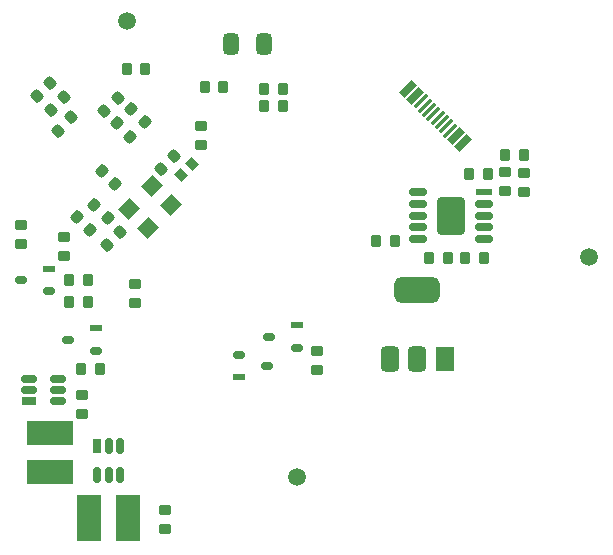
<source format=gbp>
G04*
G04 #@! TF.GenerationSoftware,Altium Limited,Altium Designer,23.4.1 (23)*
G04*
G04 Layer_Color=128*
%FSLAX44Y44*%
%MOMM*%
G71*
G04*
G04 #@! TF.SameCoordinates,AB80FC79-285A-43AE-8B4E-7A9897C75676*
G04*
G04*
G04 #@! TF.FilePolarity,Positive*
G04*
G01*
G75*
G04:AMPARAMS|DCode=11|XSize=1mm|YSize=0.9mm|CornerRadius=0.225mm|HoleSize=0mm|Usage=FLASHONLY|Rotation=0.000|XOffset=0mm|YOffset=0mm|HoleType=Round|Shape=RoundedRectangle|*
%AMROUNDEDRECTD11*
21,1,1.0000,0.4500,0,0,0.0*
21,1,0.5500,0.9000,0,0,0.0*
1,1,0.4500,0.2750,-0.2250*
1,1,0.4500,-0.2750,-0.2250*
1,1,0.4500,-0.2750,0.2250*
1,1,0.4500,0.2750,0.2250*
%
%ADD11ROUNDEDRECTD11*%
G04:AMPARAMS|DCode=13|XSize=1mm|YSize=0.9mm|CornerRadius=0.225mm|HoleSize=0mm|Usage=FLASHONLY|Rotation=315.000|XOffset=0mm|YOffset=0mm|HoleType=Round|Shape=RoundedRectangle|*
%AMROUNDEDRECTD13*
21,1,1.0000,0.4500,0,0,315.0*
21,1,0.5500,0.9000,0,0,315.0*
1,1,0.4500,0.0354,-0.3536*
1,1,0.4500,-0.3536,0.0354*
1,1,0.4500,-0.0354,0.3536*
1,1,0.4500,0.3536,-0.0354*
%
%ADD13ROUNDEDRECTD13*%
G04:AMPARAMS|DCode=14|XSize=1mm|YSize=0.9mm|CornerRadius=0.225mm|HoleSize=0mm|Usage=FLASHONLY|Rotation=90.000|XOffset=0mm|YOffset=0mm|HoleType=Round|Shape=RoundedRectangle|*
%AMROUNDEDRECTD14*
21,1,1.0000,0.4500,0,0,90.0*
21,1,0.5500,0.9000,0,0,90.0*
1,1,0.4500,0.2250,0.2750*
1,1,0.4500,0.2250,-0.2750*
1,1,0.4500,-0.2250,-0.2750*
1,1,0.4500,-0.2250,0.2750*
%
%ADD14ROUNDEDRECTD14*%
%ADD15R,1.0000X0.6000*%
G04:AMPARAMS|DCode=16|XSize=0.6mm|YSize=1mm|CornerRadius=0.15mm|HoleSize=0mm|Usage=FLASHONLY|Rotation=90.000|XOffset=0mm|YOffset=0mm|HoleType=Round|Shape=RoundedRectangle|*
%AMROUNDEDRECTD16*
21,1,0.6000,0.7000,0,0,90.0*
21,1,0.3000,1.0000,0,0,90.0*
1,1,0.3000,0.3500,0.1500*
1,1,0.3000,0.3500,-0.1500*
1,1,0.3000,-0.3500,-0.1500*
1,1,0.3000,-0.3500,0.1500*
%
%ADD16ROUNDEDRECTD16*%
G04:AMPARAMS|DCode=21|XSize=1.8mm|YSize=1.3mm|CornerRadius=0.325mm|HoleSize=0mm|Usage=FLASHONLY|Rotation=270.000|XOffset=0mm|YOffset=0mm|HoleType=Round|Shape=RoundedRectangle|*
%AMROUNDEDRECTD21*
21,1,1.8000,0.6500,0,0,270.0*
21,1,1.1500,1.3000,0,0,270.0*
1,1,0.6500,-0.3250,-0.5750*
1,1,0.6500,-0.3250,0.5750*
1,1,0.6500,0.3250,0.5750*
1,1,0.6500,0.3250,-0.5750*
%
%ADD21ROUNDEDRECTD21*%
%ADD26C,1.5000*%
G04:AMPARAMS|DCode=54|XSize=3.85mm|YSize=2.15mm|CornerRadius=0.5375mm|HoleSize=0mm|Usage=FLASHONLY|Rotation=0.000|XOffset=0mm|YOffset=0mm|HoleType=Round|Shape=RoundedRectangle|*
%AMROUNDEDRECTD54*
21,1,3.8500,1.0750,0,0,0.0*
21,1,2.7750,2.1500,0,0,0.0*
1,1,1.0750,1.3875,-0.5375*
1,1,1.0750,-1.3875,-0.5375*
1,1,1.0750,-1.3875,0.5375*
1,1,1.0750,1.3875,0.5375*
%
%ADD54ROUNDEDRECTD54*%
G04:AMPARAMS|DCode=55|XSize=1.6mm|YSize=2.15mm|CornerRadius=0.4mm|HoleSize=0mm|Usage=FLASHONLY|Rotation=0.000|XOffset=0mm|YOffset=0mm|HoleType=Round|Shape=RoundedRectangle|*
%AMROUNDEDRECTD55*
21,1,1.6000,1.3500,0,0,0.0*
21,1,0.8000,2.1500,0,0,0.0*
1,1,0.8000,0.4000,-0.6750*
1,1,0.8000,-0.4000,-0.6750*
1,1,0.8000,-0.4000,0.6750*
1,1,0.8000,0.4000,0.6750*
%
%ADD55ROUNDEDRECTD55*%
%ADD56R,1.6000X2.1500*%
G04:AMPARAMS|DCode=57|XSize=1mm|YSize=0.9mm|CornerRadius=0.225mm|HoleSize=0mm|Usage=FLASHONLY|Rotation=45.000|XOffset=0mm|YOffset=0mm|HoleType=Round|Shape=RoundedRectangle|*
%AMROUNDEDRECTD57*
21,1,1.0000,0.4500,0,0,45.0*
21,1,0.5500,0.9000,0,0,45.0*
1,1,0.4500,0.3536,0.0354*
1,1,0.4500,-0.0354,-0.3536*
1,1,0.4500,-0.3536,-0.0354*
1,1,0.4500,0.0354,0.3536*
%
%ADD57ROUNDEDRECTD57*%
%ADD58R,4.0000X2.0000*%
G04:AMPARAMS|DCode=59|XSize=0.7mm|YSize=1.3mm|CornerRadius=0.175mm|HoleSize=0mm|Usage=FLASHONLY|Rotation=270.000|XOffset=0mm|YOffset=0mm|HoleType=Round|Shape=RoundedRectangle|*
%AMROUNDEDRECTD59*
21,1,0.7000,0.9500,0,0,270.0*
21,1,0.3500,1.3000,0,0,270.0*
1,1,0.3500,-0.4750,-0.1750*
1,1,0.3500,-0.4750,0.1750*
1,1,0.3500,0.4750,0.1750*
1,1,0.3500,0.4750,-0.1750*
%
%ADD59ROUNDEDRECTD59*%
%ADD60R,1.3000X0.7000*%
%ADD61R,2.0000X4.0000*%
G04:AMPARAMS|DCode=62|XSize=0.7mm|YSize=1.3mm|CornerRadius=0.175mm|HoleSize=0mm|Usage=FLASHONLY|Rotation=180.000|XOffset=0mm|YOffset=0mm|HoleType=Round|Shape=RoundedRectangle|*
%AMROUNDEDRECTD62*
21,1,0.7000,0.9500,0,0,180.0*
21,1,0.3500,1.3000,0,0,180.0*
1,1,0.3500,-0.1750,0.4750*
1,1,0.3500,0.1750,0.4750*
1,1,0.3500,0.1750,-0.4750*
1,1,0.3500,-0.1750,-0.4750*
%
%ADD62ROUNDEDRECTD62*%
%ADD63R,0.7000X1.3000*%
G04:AMPARAMS|DCode=64|XSize=0.9mm|YSize=0.8mm|CornerRadius=0mm|HoleSize=0mm|Usage=FLASHONLY|Rotation=135.000|XOffset=0mm|YOffset=0mm|HoleType=Round|Shape=Rectangle|*
%AMROTATEDRECTD64*
4,1,4,0.6010,-0.0354,0.0354,-0.6010,-0.6010,0.0354,-0.0354,0.6010,0.6010,-0.0354,0.0*
%
%ADD64ROTATEDRECTD64*%

%ADD65R,1.4500X0.6000*%
G04:AMPARAMS|DCode=66|XSize=0.6mm|YSize=1.45mm|CornerRadius=0.15mm|HoleSize=0mm|Usage=FLASHONLY|Rotation=90.000|XOffset=0mm|YOffset=0mm|HoleType=Round|Shape=RoundedRectangle|*
%AMROUNDEDRECTD66*
21,1,0.6000,1.1500,0,0,90.0*
21,1,0.3000,1.4500,0,0,90.0*
1,1,0.3000,0.5750,0.1500*
1,1,0.3000,0.5750,-0.1500*
1,1,0.3000,-0.5750,-0.1500*
1,1,0.3000,-0.5750,0.1500*
%
%ADD66ROUNDEDRECTD66*%
G04:AMPARAMS|DCode=67|XSize=2.3mm|YSize=3.2mm|CornerRadius=0.2875mm|HoleSize=0mm|Usage=FLASHONLY|Rotation=180.000|XOffset=0mm|YOffset=0mm|HoleType=Round|Shape=RoundedRectangle|*
%AMROUNDEDRECTD67*
21,1,2.3000,2.6250,0,0,180.0*
21,1,1.7250,3.2000,0,0,180.0*
1,1,0.5750,-0.8625,1.3125*
1,1,0.5750,0.8625,1.3125*
1,1,0.5750,0.8625,-1.3125*
1,1,0.5750,-0.8625,-1.3125*
%
%ADD67ROUNDEDRECTD67*%
G04:AMPARAMS|DCode=68|XSize=1.4mm|YSize=1.2mm|CornerRadius=0mm|HoleSize=0mm|Usage=FLASHONLY|Rotation=45.000|XOffset=0mm|YOffset=0mm|HoleType=Round|Shape=Rectangle|*
%AMROTATEDRECTD68*
4,1,4,-0.0707,-0.9192,-0.9192,-0.0707,0.0707,0.9192,0.9192,0.0707,-0.0707,-0.9192,0.0*
%
%ADD68ROTATEDRECTD68*%

G04:AMPARAMS|DCode=69|XSize=0.3mm|YSize=1.45mm|CornerRadius=0mm|HoleSize=0mm|Usage=FLASHONLY|Rotation=315.000|XOffset=0mm|YOffset=0mm|HoleType=Round|Shape=Rectangle|*
%AMROTATEDRECTD69*
4,1,4,-0.6187,-0.4066,0.4066,0.6187,0.6187,0.4066,-0.4066,-0.6187,-0.6187,-0.4066,0.0*
%
%ADD69ROTATEDRECTD69*%

G04:AMPARAMS|DCode=70|XSize=0.6mm|YSize=1.45mm|CornerRadius=0mm|HoleSize=0mm|Usage=FLASHONLY|Rotation=315.000|XOffset=0mm|YOffset=0mm|HoleType=Round|Shape=Rectangle|*
%AMROTATEDRECTD70*
4,1,4,-0.7248,-0.3005,0.3005,0.7248,0.7248,0.3005,-0.3005,-0.7248,-0.7248,-0.3005,0.0*
%
%ADD70ROTATEDRECTD70*%

D11*
X9398Y270890D02*
D03*
Y254890D02*
D03*
X260350Y148210D02*
D03*
Y164210D02*
D03*
X45466Y260730D02*
D03*
Y244730D02*
D03*
X106128Y205215D02*
D03*
Y221215D02*
D03*
X60993Y111142D02*
D03*
Y127142D02*
D03*
X130993Y29642D02*
D03*
Y13642D02*
D03*
X434993Y299142D02*
D03*
Y315142D02*
D03*
X419493Y299642D02*
D03*
Y315642D02*
D03*
X161593Y338826D02*
D03*
Y354826D02*
D03*
D13*
X81843Y254343D02*
D03*
X93157Y265657D02*
D03*
X79990Y367331D02*
D03*
X91304Y378645D02*
D03*
X34524Y368348D02*
D03*
X45837Y379661D02*
D03*
X51649Y362299D02*
D03*
X40336Y350985D02*
D03*
X33900Y391599D02*
D03*
X22586Y380285D02*
D03*
X139150Y329799D02*
D03*
X127836Y318486D02*
D03*
D14*
X326000Y258000D02*
D03*
X310000D02*
D03*
X66213Y224230D02*
D03*
X50213D02*
D03*
X65912Y205740D02*
D03*
X49912D02*
D03*
X60493Y149142D02*
D03*
X76493D02*
D03*
X418993Y330142D02*
D03*
X434993D02*
D03*
X384993Y243142D02*
D03*
X400993D02*
D03*
X388993Y314142D02*
D03*
X404993D02*
D03*
X370993Y243142D02*
D03*
X354993D02*
D03*
X180769Y387720D02*
D03*
X164769D02*
D03*
X98729Y403468D02*
D03*
X114729D02*
D03*
X231493Y371642D02*
D03*
X215493D02*
D03*
X215493Y386642D02*
D03*
X231493D02*
D03*
D15*
X72993Y183642D02*
D03*
X242993Y186142D02*
D03*
X193993Y142142D02*
D03*
X33336Y234290D02*
D03*
D16*
X48993Y174142D02*
D03*
X72993Y164642D02*
D03*
X242993Y167142D02*
D03*
X218993Y176642D02*
D03*
X193993Y161142D02*
D03*
X217993Y151642D02*
D03*
X33336Y215290D02*
D03*
X9336Y224790D02*
D03*
D21*
X186993Y424142D02*
D03*
X214993D02*
D03*
D26*
X242831Y57698D02*
D03*
X490537Y243924D02*
D03*
X99173Y443502D02*
D03*
D54*
X345000Y216250D02*
D03*
D55*
X322000Y157750D02*
D03*
X345000Y157750D02*
D03*
D56*
X368000Y157750D02*
D03*
D57*
X71323Y288190D02*
D03*
X82637Y276876D02*
D03*
X68157Y266843D02*
D03*
X56843Y278157D02*
D03*
X101650Y345985D02*
D03*
X90336Y357299D02*
D03*
X114150Y358485D02*
D03*
X102836Y369799D02*
D03*
X77704Y316923D02*
D03*
X89017Y305609D02*
D03*
D58*
X33577Y95112D02*
D03*
Y62092D02*
D03*
D59*
X40493Y122142D02*
D03*
Y131642D02*
D03*
Y141142D02*
D03*
X16493D02*
D03*
Y131642D02*
D03*
D60*
Y122142D02*
D03*
D61*
X67105Y22976D02*
D03*
X100125D02*
D03*
D62*
X73993Y59642D02*
D03*
X83493Y59642D02*
D03*
X92993Y59642D02*
D03*
Y83642D02*
D03*
X83493Y83642D02*
D03*
D63*
X73993Y83642D02*
D03*
D64*
X154350Y323074D02*
D03*
X144451Y313175D02*
D03*
D65*
X401743Y299142D02*
D03*
D66*
Y289142D02*
D03*
Y279142D02*
D03*
Y269142D02*
D03*
Y259142D02*
D03*
X345243Y299142D02*
D03*
Y289142D02*
D03*
Y279142D02*
D03*
Y269142D02*
D03*
Y259142D02*
D03*
D67*
X373493Y279142D02*
D03*
D68*
X136453Y288438D02*
D03*
X120289Y304603D02*
D03*
X116697Y268682D02*
D03*
X100532Y284846D02*
D03*
D69*
X372694Y351094D02*
D03*
X369158Y354629D02*
D03*
X347945Y375842D02*
D03*
X351481Y372307D02*
D03*
X358552Y365236D02*
D03*
X362087Y361700D02*
D03*
X355016Y368771D02*
D03*
X365623Y358165D02*
D03*
D70*
X337339Y386449D02*
D03*
X383301Y340487D02*
D03*
X377644Y346144D02*
D03*
X342995Y380792D02*
D03*
M02*

</source>
